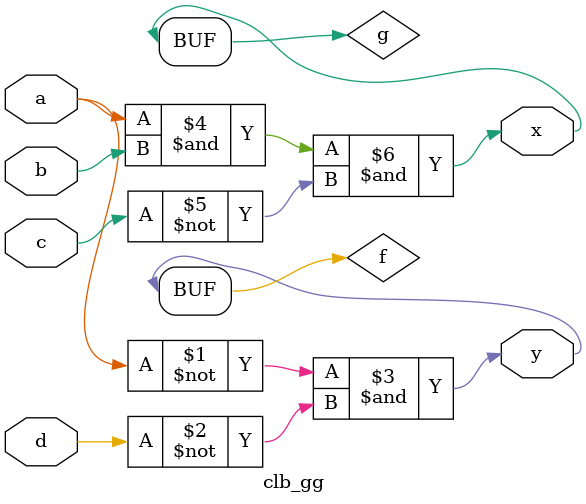
<source format=v>
module clb_gg(
	input a,
	input b,
	input c,
	input d,
	output x,
	output y
);

	wire f, g;
	
	assign f = ~a & ~d;
	assign g = a & b & ~c;
	assign x = g;
	assign y = f;
	
endmodule

</source>
